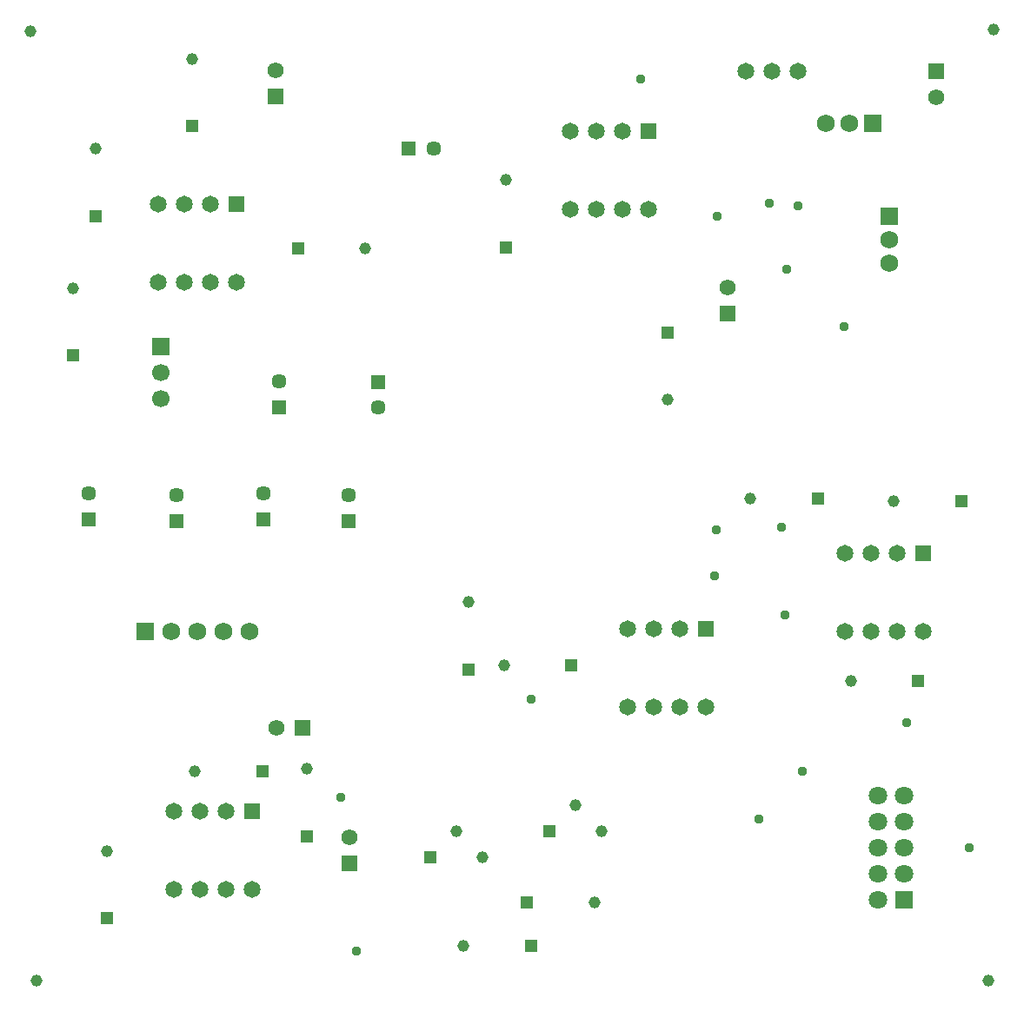
<source format=gbs>
G04*
G04 #@! TF.GenerationSoftware,Altium Limited,Altium Designer,23.0.1 (38)*
G04*
G04 Layer_Color=16711935*
%FSLAX44Y44*%
%MOMM*%
G71*
G04*
G04 #@! TF.SameCoordinates,40E8D280-AE9E-4637-9913-6930DAB067FB*
G04*
G04*
G04 #@! TF.FilePolarity,Negative*
G04*
G01*
G75*
%ADD17C,1.1500*%
%ADD18R,1.1500X1.1500*%
%ADD19C,1.1500*%
%ADD20R,1.6500X1.6500*%
%ADD21C,1.6500*%
%ADD22C,1.7500*%
%ADD23R,1.7500X1.7500*%
%ADD24C,1.5700*%
%ADD25R,1.5700X1.5700*%
%ADD26R,1.5700X1.5700*%
%ADD27C,1.8000*%
%ADD28R,1.8000X1.8000*%
%ADD29R,1.7500X1.7500*%
%ADD30R,1.1500X1.1500*%
%ADD31C,1.4500*%
%ADD32R,1.4500X1.4500*%
%ADD33R,1.4500X1.4500*%
%ADD34R,1.7000X1.7000*%
%ADD35C,1.7000*%
%ADD36C,0.9500*%
D17*
X293370Y239810D02*
D03*
X645160Y599660D02*
D03*
X181610Y931960D02*
D03*
X87630Y844330D02*
D03*
X350300Y746760D02*
D03*
X66040Y708440D02*
D03*
X487680Y813850D02*
D03*
X823180Y325120D02*
D03*
X485360Y340360D02*
D03*
X865090Y500380D02*
D03*
X725390Y502920D02*
D03*
X450850Y402370D02*
D03*
X184370Y237490D02*
D03*
X99060Y159800D02*
D03*
X445990Y67310D02*
D03*
X464820Y153670D02*
D03*
X439420Y179070D02*
D03*
X580390D02*
D03*
X554990Y204470D02*
D03*
X573600Y109220D02*
D03*
D18*
X293370Y174210D02*
D03*
X645160Y665260D02*
D03*
X181610Y866360D02*
D03*
X87630Y778730D02*
D03*
X66040Y642840D02*
D03*
X487680Y748250D02*
D03*
X450850Y336770D02*
D03*
X99060Y94200D02*
D03*
D19*
X30480Y33020D02*
D03*
X957580D02*
D03*
X962660Y960120D02*
D03*
X24130Y958850D02*
D03*
D20*
X240030Y198120D02*
D03*
X626110Y861060D02*
D03*
X224790Y789940D02*
D03*
X894080Y449580D02*
D03*
X681990Y375920D02*
D03*
D21*
X214630Y198120D02*
D03*
X189230D02*
D03*
X163830D02*
D03*
X240030Y121920D02*
D03*
X214630D02*
D03*
X189230D02*
D03*
X163830D02*
D03*
X721360Y919480D02*
D03*
X746760D02*
D03*
X772160D02*
D03*
X600710Y861060D02*
D03*
X575310D02*
D03*
X549910D02*
D03*
X626110Y784860D02*
D03*
X600710D02*
D03*
X575310D02*
D03*
X549910D02*
D03*
X199390Y789940D02*
D03*
X173990D02*
D03*
X148590D02*
D03*
X224790Y713740D02*
D03*
X199390D02*
D03*
X173990D02*
D03*
X148590D02*
D03*
X868680Y449580D02*
D03*
X843280D02*
D03*
X817880D02*
D03*
X894080Y373380D02*
D03*
X868680D02*
D03*
X843280D02*
D03*
X817880D02*
D03*
X656590Y375920D02*
D03*
X631190D02*
D03*
X605790D02*
D03*
X681990Y299720D02*
D03*
X656590D02*
D03*
X631190D02*
D03*
X605790D02*
D03*
D22*
X861060Y732790D02*
D03*
Y755690D02*
D03*
X186690Y373380D02*
D03*
X161290D02*
D03*
X212090D02*
D03*
X237490D02*
D03*
X798830Y868680D02*
D03*
X821730D02*
D03*
D23*
X861060Y778590D02*
D03*
X135890Y373380D02*
D03*
D24*
X703580Y708660D02*
D03*
X262890Y920750D02*
D03*
X906780Y894080D02*
D03*
X335280Y172720D02*
D03*
X264160Y279400D02*
D03*
D25*
X703580Y683260D02*
D03*
X262890Y895350D02*
D03*
X906780Y919480D02*
D03*
X335280Y147320D02*
D03*
D26*
X289560Y279400D02*
D03*
D27*
X849630Y137160D02*
D03*
X875030D02*
D03*
X849630Y111760D02*
D03*
X875030Y162560D02*
D03*
X849630D02*
D03*
X875030Y187960D02*
D03*
Y213360D02*
D03*
X849630Y187960D02*
D03*
Y213360D02*
D03*
D28*
X875030Y111760D02*
D03*
D29*
X844630Y868680D02*
D03*
D30*
X284700Y746760D02*
D03*
X888780Y325120D02*
D03*
X550960Y340360D02*
D03*
X930690Y500380D02*
D03*
X790990Y502920D02*
D03*
X249970Y237490D02*
D03*
X511590Y67310D02*
D03*
X414020Y153670D02*
D03*
X529590Y179070D02*
D03*
X508000Y109220D02*
D03*
D31*
X417430Y844550D02*
D03*
X266700Y617220D02*
D03*
X363220Y591820D02*
D03*
X334010Y506530D02*
D03*
X251460Y508000D02*
D03*
X166370Y506730D02*
D03*
X81280Y508000D02*
D03*
D32*
X392430Y844550D02*
D03*
D33*
X266700Y592220D02*
D03*
X363220Y616820D02*
D03*
X334010Y481530D02*
D03*
X251460Y483000D02*
D03*
X166370Y481730D02*
D03*
X81280Y483000D02*
D03*
D34*
X151130Y651510D02*
D03*
D35*
Y626110D02*
D03*
Y600710D02*
D03*
D36*
X692150Y472440D02*
D03*
X816610Y670560D02*
D03*
X772160Y788670D02*
D03*
X760730Y726440D02*
D03*
X744220Y791210D02*
D03*
X693420Y778510D02*
D03*
X938530Y162560D02*
D03*
X877570Y284480D02*
D03*
X755650Y474980D02*
D03*
X690880Y427990D02*
D03*
X759460Y389890D02*
D03*
X734060Y190500D02*
D03*
X511810Y307340D02*
D03*
X775970Y237490D02*
D03*
X341630Y62230D02*
D03*
X326390Y212090D02*
D03*
X618490Y911860D02*
D03*
M02*

</source>
